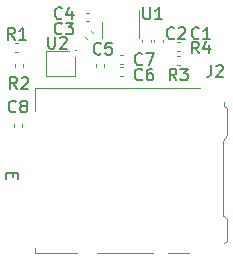
<source format=gbr>
G04 #@! TF.GenerationSoftware,KiCad,Pcbnew,7.0.2-1.fc38*
G04 #@! TF.CreationDate,2023-05-11T21:02:33-04:00*
G04 #@! TF.ProjectId,m2-sd-card,6d322d73-642d-4636-9172-642e6b696361,v0.5.0*
G04 #@! TF.SameCoordinates,PX71581d0PY6410748*
G04 #@! TF.FileFunction,Legend,Top*
G04 #@! TF.FilePolarity,Positive*
%FSLAX46Y46*%
G04 Gerber Fmt 4.6, Leading zero omitted, Abs format (unit mm)*
G04 Created by KiCad (PCBNEW 7.0.2-1.fc38) date 2023-05-11 21:02:33*
%MOMM*%
%LPD*%
G01*
G04 APERTURE LIST*
%ADD10C,0.150000*%
%ADD11C,0.120000*%
G04 APERTURE END LIST*
D10*
X3211190Y6389286D02*
X3211190Y6055953D01*
X2687380Y5913096D02*
X2687380Y6389286D01*
X2687380Y6389286D02*
X3687380Y6389286D01*
X3687380Y6389286D02*
X3687380Y5913096D01*
X16883333Y17857620D02*
X16835714Y17810000D01*
X16835714Y17810000D02*
X16692857Y17762381D01*
X16692857Y17762381D02*
X16597619Y17762381D01*
X16597619Y17762381D02*
X16454762Y17810000D01*
X16454762Y17810000D02*
X16359524Y17905239D01*
X16359524Y17905239D02*
X16311905Y18000477D01*
X16311905Y18000477D02*
X16264286Y18190953D01*
X16264286Y18190953D02*
X16264286Y18333810D01*
X16264286Y18333810D02*
X16311905Y18524286D01*
X16311905Y18524286D02*
X16359524Y18619524D01*
X16359524Y18619524D02*
X16454762Y18714762D01*
X16454762Y18714762D02*
X16597619Y18762381D01*
X16597619Y18762381D02*
X16692857Y18762381D01*
X16692857Y18762381D02*
X16835714Y18714762D01*
X16835714Y18714762D02*
X16883333Y18667143D01*
X17264286Y18667143D02*
X17311905Y18714762D01*
X17311905Y18714762D02*
X17407143Y18762381D01*
X17407143Y18762381D02*
X17645238Y18762381D01*
X17645238Y18762381D02*
X17740476Y18714762D01*
X17740476Y18714762D02*
X17788095Y18667143D01*
X17788095Y18667143D02*
X17835714Y18571905D01*
X17835714Y18571905D02*
X17835714Y18476667D01*
X17835714Y18476667D02*
X17788095Y18333810D01*
X17788095Y18333810D02*
X17216667Y17762381D01*
X17216667Y17762381D02*
X17835714Y17762381D01*
X14183333Y15657620D02*
X14135714Y15610000D01*
X14135714Y15610000D02*
X13992857Y15562381D01*
X13992857Y15562381D02*
X13897619Y15562381D01*
X13897619Y15562381D02*
X13754762Y15610000D01*
X13754762Y15610000D02*
X13659524Y15705239D01*
X13659524Y15705239D02*
X13611905Y15800477D01*
X13611905Y15800477D02*
X13564286Y15990953D01*
X13564286Y15990953D02*
X13564286Y16133810D01*
X13564286Y16133810D02*
X13611905Y16324286D01*
X13611905Y16324286D02*
X13659524Y16419524D01*
X13659524Y16419524D02*
X13754762Y16514762D01*
X13754762Y16514762D02*
X13897619Y16562381D01*
X13897619Y16562381D02*
X13992857Y16562381D01*
X13992857Y16562381D02*
X14135714Y16514762D01*
X14135714Y16514762D02*
X14183333Y16467143D01*
X14516667Y16562381D02*
X15183333Y16562381D01*
X15183333Y16562381D02*
X14754762Y15562381D01*
X3483333Y11657620D02*
X3435714Y11610000D01*
X3435714Y11610000D02*
X3292857Y11562381D01*
X3292857Y11562381D02*
X3197619Y11562381D01*
X3197619Y11562381D02*
X3054762Y11610000D01*
X3054762Y11610000D02*
X2959524Y11705239D01*
X2959524Y11705239D02*
X2911905Y11800477D01*
X2911905Y11800477D02*
X2864286Y11990953D01*
X2864286Y11990953D02*
X2864286Y12133810D01*
X2864286Y12133810D02*
X2911905Y12324286D01*
X2911905Y12324286D02*
X2959524Y12419524D01*
X2959524Y12419524D02*
X3054762Y12514762D01*
X3054762Y12514762D02*
X3197619Y12562381D01*
X3197619Y12562381D02*
X3292857Y12562381D01*
X3292857Y12562381D02*
X3435714Y12514762D01*
X3435714Y12514762D02*
X3483333Y12467143D01*
X4054762Y12133810D02*
X3959524Y12181429D01*
X3959524Y12181429D02*
X3911905Y12229048D01*
X3911905Y12229048D02*
X3864286Y12324286D01*
X3864286Y12324286D02*
X3864286Y12371905D01*
X3864286Y12371905D02*
X3911905Y12467143D01*
X3911905Y12467143D02*
X3959524Y12514762D01*
X3959524Y12514762D02*
X4054762Y12562381D01*
X4054762Y12562381D02*
X4245238Y12562381D01*
X4245238Y12562381D02*
X4340476Y12514762D01*
X4340476Y12514762D02*
X4388095Y12467143D01*
X4388095Y12467143D02*
X4435714Y12371905D01*
X4435714Y12371905D02*
X4435714Y12324286D01*
X4435714Y12324286D02*
X4388095Y12229048D01*
X4388095Y12229048D02*
X4340476Y12181429D01*
X4340476Y12181429D02*
X4245238Y12133810D01*
X4245238Y12133810D02*
X4054762Y12133810D01*
X4054762Y12133810D02*
X3959524Y12086191D01*
X3959524Y12086191D02*
X3911905Y12038572D01*
X3911905Y12038572D02*
X3864286Y11943334D01*
X3864286Y11943334D02*
X3864286Y11752858D01*
X3864286Y11752858D02*
X3911905Y11657620D01*
X3911905Y11657620D02*
X3959524Y11610000D01*
X3959524Y11610000D02*
X4054762Y11562381D01*
X4054762Y11562381D02*
X4245238Y11562381D01*
X4245238Y11562381D02*
X4340476Y11610000D01*
X4340476Y11610000D02*
X4388095Y11657620D01*
X4388095Y11657620D02*
X4435714Y11752858D01*
X4435714Y11752858D02*
X4435714Y11943334D01*
X4435714Y11943334D02*
X4388095Y12038572D01*
X4388095Y12038572D02*
X4340476Y12086191D01*
X4340476Y12086191D02*
X4245238Y12133810D01*
X14183333Y14357620D02*
X14135714Y14310000D01*
X14135714Y14310000D02*
X13992857Y14262381D01*
X13992857Y14262381D02*
X13897619Y14262381D01*
X13897619Y14262381D02*
X13754762Y14310000D01*
X13754762Y14310000D02*
X13659524Y14405239D01*
X13659524Y14405239D02*
X13611905Y14500477D01*
X13611905Y14500477D02*
X13564286Y14690953D01*
X13564286Y14690953D02*
X13564286Y14833810D01*
X13564286Y14833810D02*
X13611905Y15024286D01*
X13611905Y15024286D02*
X13659524Y15119524D01*
X13659524Y15119524D02*
X13754762Y15214762D01*
X13754762Y15214762D02*
X13897619Y15262381D01*
X13897619Y15262381D02*
X13992857Y15262381D01*
X13992857Y15262381D02*
X14135714Y15214762D01*
X14135714Y15214762D02*
X14183333Y15167143D01*
X15040476Y15262381D02*
X14850000Y15262381D01*
X14850000Y15262381D02*
X14754762Y15214762D01*
X14754762Y15214762D02*
X14707143Y15167143D01*
X14707143Y15167143D02*
X14611905Y15024286D01*
X14611905Y15024286D02*
X14564286Y14833810D01*
X14564286Y14833810D02*
X14564286Y14452858D01*
X14564286Y14452858D02*
X14611905Y14357620D01*
X14611905Y14357620D02*
X14659524Y14310000D01*
X14659524Y14310000D02*
X14754762Y14262381D01*
X14754762Y14262381D02*
X14945238Y14262381D01*
X14945238Y14262381D02*
X15040476Y14310000D01*
X15040476Y14310000D02*
X15088095Y14357620D01*
X15088095Y14357620D02*
X15135714Y14452858D01*
X15135714Y14452858D02*
X15135714Y14690953D01*
X15135714Y14690953D02*
X15088095Y14786191D01*
X15088095Y14786191D02*
X15040476Y14833810D01*
X15040476Y14833810D02*
X14945238Y14881429D01*
X14945238Y14881429D02*
X14754762Y14881429D01*
X14754762Y14881429D02*
X14659524Y14833810D01*
X14659524Y14833810D02*
X14611905Y14786191D01*
X14611905Y14786191D02*
X14564286Y14690953D01*
X14288095Y20462381D02*
X14288095Y19652858D01*
X14288095Y19652858D02*
X14335714Y19557620D01*
X14335714Y19557620D02*
X14383333Y19510000D01*
X14383333Y19510000D02*
X14478571Y19462381D01*
X14478571Y19462381D02*
X14669047Y19462381D01*
X14669047Y19462381D02*
X14764285Y19510000D01*
X14764285Y19510000D02*
X14811904Y19557620D01*
X14811904Y19557620D02*
X14859523Y19652858D01*
X14859523Y19652858D02*
X14859523Y20462381D01*
X15859523Y19462381D02*
X15288095Y19462381D01*
X15573809Y19462381D02*
X15573809Y20462381D01*
X15573809Y20462381D02*
X15478571Y20319524D01*
X15478571Y20319524D02*
X15383333Y20224286D01*
X15383333Y20224286D02*
X15288095Y20176667D01*
X20016666Y15562381D02*
X20016666Y14848096D01*
X20016666Y14848096D02*
X19969047Y14705239D01*
X19969047Y14705239D02*
X19873809Y14610000D01*
X19873809Y14610000D02*
X19730952Y14562381D01*
X19730952Y14562381D02*
X19635714Y14562381D01*
X20445238Y15467143D02*
X20492857Y15514762D01*
X20492857Y15514762D02*
X20588095Y15562381D01*
X20588095Y15562381D02*
X20826190Y15562381D01*
X20826190Y15562381D02*
X20921428Y15514762D01*
X20921428Y15514762D02*
X20969047Y15467143D01*
X20969047Y15467143D02*
X21016666Y15371905D01*
X21016666Y15371905D02*
X21016666Y15276667D01*
X21016666Y15276667D02*
X20969047Y15133810D01*
X20969047Y15133810D02*
X20397619Y14562381D01*
X20397619Y14562381D02*
X21016666Y14562381D01*
X18983333Y17857620D02*
X18935714Y17810000D01*
X18935714Y17810000D02*
X18792857Y17762381D01*
X18792857Y17762381D02*
X18697619Y17762381D01*
X18697619Y17762381D02*
X18554762Y17810000D01*
X18554762Y17810000D02*
X18459524Y17905239D01*
X18459524Y17905239D02*
X18411905Y18000477D01*
X18411905Y18000477D02*
X18364286Y18190953D01*
X18364286Y18190953D02*
X18364286Y18333810D01*
X18364286Y18333810D02*
X18411905Y18524286D01*
X18411905Y18524286D02*
X18459524Y18619524D01*
X18459524Y18619524D02*
X18554762Y18714762D01*
X18554762Y18714762D02*
X18697619Y18762381D01*
X18697619Y18762381D02*
X18792857Y18762381D01*
X18792857Y18762381D02*
X18935714Y18714762D01*
X18935714Y18714762D02*
X18983333Y18667143D01*
X19935714Y17762381D02*
X19364286Y17762381D01*
X19650000Y17762381D02*
X19650000Y18762381D01*
X19650000Y18762381D02*
X19554762Y18619524D01*
X19554762Y18619524D02*
X19459524Y18524286D01*
X19459524Y18524286D02*
X19364286Y18476667D01*
X17083333Y14262381D02*
X16750000Y14738572D01*
X16511905Y14262381D02*
X16511905Y15262381D01*
X16511905Y15262381D02*
X16892857Y15262381D01*
X16892857Y15262381D02*
X16988095Y15214762D01*
X16988095Y15214762D02*
X17035714Y15167143D01*
X17035714Y15167143D02*
X17083333Y15071905D01*
X17083333Y15071905D02*
X17083333Y14929048D01*
X17083333Y14929048D02*
X17035714Y14833810D01*
X17035714Y14833810D02*
X16988095Y14786191D01*
X16988095Y14786191D02*
X16892857Y14738572D01*
X16892857Y14738572D02*
X16511905Y14738572D01*
X17416667Y15262381D02*
X18035714Y15262381D01*
X18035714Y15262381D02*
X17702381Y14881429D01*
X17702381Y14881429D02*
X17845238Y14881429D01*
X17845238Y14881429D02*
X17940476Y14833810D01*
X17940476Y14833810D02*
X17988095Y14786191D01*
X17988095Y14786191D02*
X18035714Y14690953D01*
X18035714Y14690953D02*
X18035714Y14452858D01*
X18035714Y14452858D02*
X17988095Y14357620D01*
X17988095Y14357620D02*
X17940476Y14310000D01*
X17940476Y14310000D02*
X17845238Y14262381D01*
X17845238Y14262381D02*
X17559524Y14262381D01*
X17559524Y14262381D02*
X17464286Y14310000D01*
X17464286Y14310000D02*
X17416667Y14357620D01*
X6228095Y17962381D02*
X6228095Y17152858D01*
X6228095Y17152858D02*
X6275714Y17057620D01*
X6275714Y17057620D02*
X6323333Y17010000D01*
X6323333Y17010000D02*
X6418571Y16962381D01*
X6418571Y16962381D02*
X6609047Y16962381D01*
X6609047Y16962381D02*
X6704285Y17010000D01*
X6704285Y17010000D02*
X6751904Y17057620D01*
X6751904Y17057620D02*
X6799523Y17152858D01*
X6799523Y17152858D02*
X6799523Y17962381D01*
X7228095Y17867143D02*
X7275714Y17914762D01*
X7275714Y17914762D02*
X7370952Y17962381D01*
X7370952Y17962381D02*
X7609047Y17962381D01*
X7609047Y17962381D02*
X7704285Y17914762D01*
X7704285Y17914762D02*
X7751904Y17867143D01*
X7751904Y17867143D02*
X7799523Y17771905D01*
X7799523Y17771905D02*
X7799523Y17676667D01*
X7799523Y17676667D02*
X7751904Y17533810D01*
X7751904Y17533810D02*
X7180476Y16962381D01*
X7180476Y16962381D02*
X7799523Y16962381D01*
X18983333Y16562381D02*
X18650000Y17038572D01*
X18411905Y16562381D02*
X18411905Y17562381D01*
X18411905Y17562381D02*
X18792857Y17562381D01*
X18792857Y17562381D02*
X18888095Y17514762D01*
X18888095Y17514762D02*
X18935714Y17467143D01*
X18935714Y17467143D02*
X18983333Y17371905D01*
X18983333Y17371905D02*
X18983333Y17229048D01*
X18983333Y17229048D02*
X18935714Y17133810D01*
X18935714Y17133810D02*
X18888095Y17086191D01*
X18888095Y17086191D02*
X18792857Y17038572D01*
X18792857Y17038572D02*
X18411905Y17038572D01*
X19840476Y17229048D02*
X19840476Y16562381D01*
X19602381Y17610000D02*
X19364286Y16895715D01*
X19364286Y16895715D02*
X19983333Y16895715D01*
X3383333Y17732381D02*
X3050000Y18208572D01*
X2811905Y17732381D02*
X2811905Y18732381D01*
X2811905Y18732381D02*
X3192857Y18732381D01*
X3192857Y18732381D02*
X3288095Y18684762D01*
X3288095Y18684762D02*
X3335714Y18637143D01*
X3335714Y18637143D02*
X3383333Y18541905D01*
X3383333Y18541905D02*
X3383333Y18399048D01*
X3383333Y18399048D02*
X3335714Y18303810D01*
X3335714Y18303810D02*
X3288095Y18256191D01*
X3288095Y18256191D02*
X3192857Y18208572D01*
X3192857Y18208572D02*
X2811905Y18208572D01*
X4335714Y17732381D02*
X3764286Y17732381D01*
X4050000Y17732381D02*
X4050000Y18732381D01*
X4050000Y18732381D02*
X3954762Y18589524D01*
X3954762Y18589524D02*
X3859524Y18494286D01*
X3859524Y18494286D02*
X3764286Y18446667D01*
X10683333Y16557620D02*
X10635714Y16510000D01*
X10635714Y16510000D02*
X10492857Y16462381D01*
X10492857Y16462381D02*
X10397619Y16462381D01*
X10397619Y16462381D02*
X10254762Y16510000D01*
X10254762Y16510000D02*
X10159524Y16605239D01*
X10159524Y16605239D02*
X10111905Y16700477D01*
X10111905Y16700477D02*
X10064286Y16890953D01*
X10064286Y16890953D02*
X10064286Y17033810D01*
X10064286Y17033810D02*
X10111905Y17224286D01*
X10111905Y17224286D02*
X10159524Y17319524D01*
X10159524Y17319524D02*
X10254762Y17414762D01*
X10254762Y17414762D02*
X10397619Y17462381D01*
X10397619Y17462381D02*
X10492857Y17462381D01*
X10492857Y17462381D02*
X10635714Y17414762D01*
X10635714Y17414762D02*
X10683333Y17367143D01*
X11588095Y17462381D02*
X11111905Y17462381D01*
X11111905Y17462381D02*
X11064286Y16986191D01*
X11064286Y16986191D02*
X11111905Y17033810D01*
X11111905Y17033810D02*
X11207143Y17081429D01*
X11207143Y17081429D02*
X11445238Y17081429D01*
X11445238Y17081429D02*
X11540476Y17033810D01*
X11540476Y17033810D02*
X11588095Y16986191D01*
X11588095Y16986191D02*
X11635714Y16890953D01*
X11635714Y16890953D02*
X11635714Y16652858D01*
X11635714Y16652858D02*
X11588095Y16557620D01*
X11588095Y16557620D02*
X11540476Y16510000D01*
X11540476Y16510000D02*
X11445238Y16462381D01*
X11445238Y16462381D02*
X11207143Y16462381D01*
X11207143Y16462381D02*
X11111905Y16510000D01*
X11111905Y16510000D02*
X11064286Y16557620D01*
X3583333Y13562381D02*
X3250000Y14038572D01*
X3011905Y13562381D02*
X3011905Y14562381D01*
X3011905Y14562381D02*
X3392857Y14562381D01*
X3392857Y14562381D02*
X3488095Y14514762D01*
X3488095Y14514762D02*
X3535714Y14467143D01*
X3535714Y14467143D02*
X3583333Y14371905D01*
X3583333Y14371905D02*
X3583333Y14229048D01*
X3583333Y14229048D02*
X3535714Y14133810D01*
X3535714Y14133810D02*
X3488095Y14086191D01*
X3488095Y14086191D02*
X3392857Y14038572D01*
X3392857Y14038572D02*
X3011905Y14038572D01*
X3964286Y14467143D02*
X4011905Y14514762D01*
X4011905Y14514762D02*
X4107143Y14562381D01*
X4107143Y14562381D02*
X4345238Y14562381D01*
X4345238Y14562381D02*
X4440476Y14514762D01*
X4440476Y14514762D02*
X4488095Y14467143D01*
X4488095Y14467143D02*
X4535714Y14371905D01*
X4535714Y14371905D02*
X4535714Y14276667D01*
X4535714Y14276667D02*
X4488095Y14133810D01*
X4488095Y14133810D02*
X3916667Y13562381D01*
X3916667Y13562381D02*
X4535714Y13562381D01*
X7383333Y19557620D02*
X7335714Y19510000D01*
X7335714Y19510000D02*
X7192857Y19462381D01*
X7192857Y19462381D02*
X7097619Y19462381D01*
X7097619Y19462381D02*
X6954762Y19510000D01*
X6954762Y19510000D02*
X6859524Y19605239D01*
X6859524Y19605239D02*
X6811905Y19700477D01*
X6811905Y19700477D02*
X6764286Y19890953D01*
X6764286Y19890953D02*
X6764286Y20033810D01*
X6764286Y20033810D02*
X6811905Y20224286D01*
X6811905Y20224286D02*
X6859524Y20319524D01*
X6859524Y20319524D02*
X6954762Y20414762D01*
X6954762Y20414762D02*
X7097619Y20462381D01*
X7097619Y20462381D02*
X7192857Y20462381D01*
X7192857Y20462381D02*
X7335714Y20414762D01*
X7335714Y20414762D02*
X7383333Y20367143D01*
X8240476Y20129048D02*
X8240476Y19462381D01*
X8002381Y20510000D02*
X7764286Y19795715D01*
X7764286Y19795715D02*
X8383333Y19795715D01*
X7383333Y18257620D02*
X7335714Y18210000D01*
X7335714Y18210000D02*
X7192857Y18162381D01*
X7192857Y18162381D02*
X7097619Y18162381D01*
X7097619Y18162381D02*
X6954762Y18210000D01*
X6954762Y18210000D02*
X6859524Y18305239D01*
X6859524Y18305239D02*
X6811905Y18400477D01*
X6811905Y18400477D02*
X6764286Y18590953D01*
X6764286Y18590953D02*
X6764286Y18733810D01*
X6764286Y18733810D02*
X6811905Y18924286D01*
X6811905Y18924286D02*
X6859524Y19019524D01*
X6859524Y19019524D02*
X6954762Y19114762D01*
X6954762Y19114762D02*
X7097619Y19162381D01*
X7097619Y19162381D02*
X7192857Y19162381D01*
X7192857Y19162381D02*
X7335714Y19114762D01*
X7335714Y19114762D02*
X7383333Y19067143D01*
X7716667Y19162381D02*
X8335714Y19162381D01*
X8335714Y19162381D02*
X8002381Y18781429D01*
X8002381Y18781429D02*
X8145238Y18781429D01*
X8145238Y18781429D02*
X8240476Y18733810D01*
X8240476Y18733810D02*
X8288095Y18686191D01*
X8288095Y18686191D02*
X8335714Y18590953D01*
X8335714Y18590953D02*
X8335714Y18352858D01*
X8335714Y18352858D02*
X8288095Y18257620D01*
X8288095Y18257620D02*
X8240476Y18210000D01*
X8240476Y18210000D02*
X8145238Y18162381D01*
X8145238Y18162381D02*
X7859524Y18162381D01*
X7859524Y18162381D02*
X7764286Y18210000D01*
X7764286Y18210000D02*
X7716667Y18257620D01*
D11*
X14190000Y17517164D02*
X14190000Y17732836D01*
X14910000Y17517164D02*
X14910000Y17732836D01*
X12342164Y16385000D02*
X12557836Y16385000D01*
X12342164Y15665000D02*
X12557836Y15665000D01*
X3290000Y10362164D02*
X3290000Y10577836D01*
X4010000Y10362164D02*
X4010000Y10577836D01*
X12342164Y15385000D02*
X12557836Y15385000D01*
X12342164Y14665000D02*
X12557836Y14665000D01*
X13910000Y18525000D02*
X13910000Y20200000D01*
X13910000Y18525000D02*
X13910000Y17875000D01*
X10790000Y18525000D02*
X10790000Y19175000D01*
X10790000Y18525000D02*
X10790000Y17875000D01*
X5065000Y-350000D02*
X8675000Y-350000D01*
X10375000Y-350000D02*
X15075000Y-350000D01*
X16375000Y-350000D02*
X18175000Y-350000D01*
X5065000Y100000D02*
X5065000Y-350000D01*
X21335000Y680000D02*
X21135000Y480000D01*
X21335000Y680000D02*
X21335000Y2540000D01*
X21335000Y2540000D02*
X21135000Y2750000D01*
X20985000Y2750000D02*
X21135000Y2750000D01*
X20985000Y2750000D02*
X20985000Y9120000D01*
X21335000Y9630000D02*
X20985000Y9120000D01*
X5065000Y11700000D02*
X5065000Y13620000D01*
X21335000Y11940000D02*
X21335000Y9630000D01*
X21335000Y11940000D02*
X21135000Y12140000D01*
X21135000Y12140000D02*
X21135000Y12400000D01*
X5065000Y13620000D02*
X19075000Y13620000D01*
X15190000Y17517164D02*
X15190000Y17732836D01*
X15910000Y17517164D02*
X15910000Y17732836D01*
X17096359Y16305000D02*
X17403641Y16305000D01*
X17096359Y15545000D02*
X17403641Y15545000D01*
X5996000Y16779000D02*
X8000000Y16779000D01*
X8504000Y16275000D02*
X8504000Y14671000D01*
X8504000Y14671000D02*
X5996000Y14671000D01*
X5996000Y14671000D02*
X5996000Y16779000D01*
X8610000Y16825000D02*
G75*
G03*
X8610000Y16825000I-60000J0D01*
G01*
X17096359Y17525000D02*
X17403641Y17525000D01*
X17096359Y16765000D02*
X17403641Y16765000D01*
X3396359Y17405000D02*
X3703641Y17405000D01*
X3396359Y16645000D02*
X3703641Y16645000D01*
X10979000Y15632836D02*
X10979000Y15417164D01*
X10259000Y15632836D02*
X10259000Y15417164D01*
X3370000Y15371359D02*
X3370000Y15678641D01*
X4130000Y15371359D02*
X4130000Y15678641D01*
X9657836Y19265000D02*
X9442164Y19265000D01*
X9657836Y19985000D02*
X9442164Y19985000D01*
X9471693Y17794190D02*
X9319190Y17946693D01*
X9980810Y18303307D02*
X9828307Y18455810D01*
M02*

</source>
